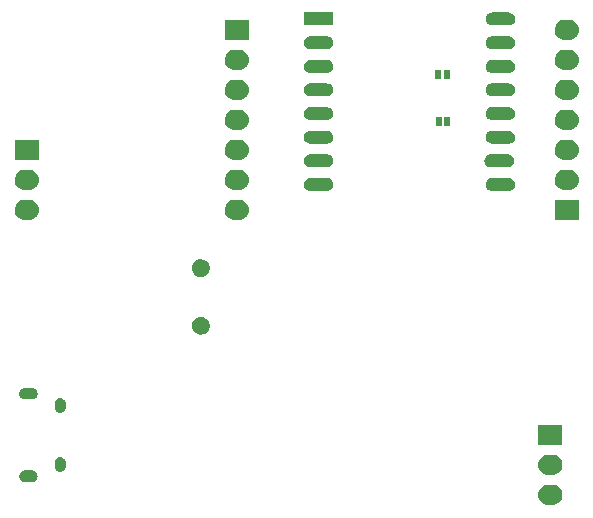
<source format=gbr>
G04 #@! TF.FileFunction,Soldermask,Bot*
%FSLAX46Y46*%
G04 Gerber Fmt 4.6, Leading zero omitted, Abs format (unit mm)*
G04 Created by KiCad (PCBNEW 4.0.2-4+6225~38~ubuntu15.10.1-stable) date Mit 23 Mär 2016 04:15:56 CET*
%MOMM*%
G01*
G04 APERTURE LIST*
%ADD10C,0.100000*%
G04 APERTURE END LIST*
D10*
G36*
X265463966Y-96926425D02*
X265472374Y-96926484D01*
X265639869Y-96945272D01*
X265800524Y-96996235D01*
X265948222Y-97077432D01*
X266077335Y-97185771D01*
X266182946Y-97317124D01*
X266261032Y-97466490D01*
X266308619Y-97628177D01*
X266308621Y-97628202D01*
X266308625Y-97628215D01*
X266323897Y-97796030D01*
X266306284Y-97963607D01*
X266306280Y-97963619D01*
X266306277Y-97963651D01*
X266256437Y-98124658D01*
X266176273Y-98272919D01*
X266068838Y-98402785D01*
X265938225Y-98509311D01*
X265789408Y-98588438D01*
X265628057Y-98637153D01*
X265460316Y-98653600D01*
X265145639Y-98653600D01*
X265142034Y-98653575D01*
X265133626Y-98653516D01*
X264966131Y-98634728D01*
X264805476Y-98583765D01*
X264657778Y-98502568D01*
X264528665Y-98394229D01*
X264423054Y-98262876D01*
X264344968Y-98113510D01*
X264297381Y-97951823D01*
X264297379Y-97951798D01*
X264297375Y-97951785D01*
X264282103Y-97783970D01*
X264299716Y-97616393D01*
X264299720Y-97616381D01*
X264299723Y-97616349D01*
X264349563Y-97455342D01*
X264429727Y-97307081D01*
X264537162Y-97177215D01*
X264667775Y-97070689D01*
X264816592Y-96991562D01*
X264977943Y-96942847D01*
X265145684Y-96926400D01*
X265460361Y-96926400D01*
X265463966Y-96926425D01*
X265463966Y-96926425D01*
G37*
G36*
X221396468Y-95709136D02*
X221396471Y-95709136D01*
X221398271Y-95709149D01*
X221495246Y-95720026D01*
X221588261Y-95749532D01*
X221673774Y-95796543D01*
X221748526Y-95859268D01*
X221809672Y-95935318D01*
X221854882Y-96021797D01*
X221882434Y-96115409D01*
X221882437Y-96115447D01*
X221882439Y-96115452D01*
X221891280Y-96212592D01*
X221881085Y-96309594D01*
X221881082Y-96309605D01*
X221881078Y-96309639D01*
X221852222Y-96402858D01*
X221805809Y-96488696D01*
X221743607Y-96563885D01*
X221667986Y-96625561D01*
X221581825Y-96671373D01*
X221488407Y-96699578D01*
X221391290Y-96709100D01*
X220833742Y-96709100D01*
X220828612Y-96709064D01*
X220828609Y-96709064D01*
X220826809Y-96709051D01*
X220729834Y-96698174D01*
X220636819Y-96668668D01*
X220551306Y-96621657D01*
X220476554Y-96558932D01*
X220415408Y-96482882D01*
X220370198Y-96396403D01*
X220342646Y-96302791D01*
X220342643Y-96302753D01*
X220342641Y-96302748D01*
X220333800Y-96205608D01*
X220343995Y-96108606D01*
X220343998Y-96108595D01*
X220344002Y-96108561D01*
X220372858Y-96015342D01*
X220419271Y-95929504D01*
X220481473Y-95854315D01*
X220557094Y-95792639D01*
X220643255Y-95746827D01*
X220736673Y-95718622D01*
X220833790Y-95709100D01*
X221391338Y-95709100D01*
X221396468Y-95709136D01*
X221396468Y-95709136D01*
G37*
G36*
X265463966Y-94386425D02*
X265472374Y-94386484D01*
X265639869Y-94405272D01*
X265800524Y-94456235D01*
X265948222Y-94537432D01*
X266077335Y-94645771D01*
X266182946Y-94777124D01*
X266261032Y-94926490D01*
X266308619Y-95088177D01*
X266308621Y-95088202D01*
X266308625Y-95088215D01*
X266323897Y-95256030D01*
X266306284Y-95423607D01*
X266306280Y-95423619D01*
X266306277Y-95423651D01*
X266256437Y-95584658D01*
X266176273Y-95732919D01*
X266068838Y-95862785D01*
X265938225Y-95969311D01*
X265789408Y-96048438D01*
X265628057Y-96097153D01*
X265460316Y-96113600D01*
X265145639Y-96113600D01*
X265142034Y-96113575D01*
X265133626Y-96113516D01*
X264966131Y-96094728D01*
X264805476Y-96043765D01*
X264657778Y-95962568D01*
X264528665Y-95854229D01*
X264423054Y-95722876D01*
X264344968Y-95573510D01*
X264297381Y-95411823D01*
X264297379Y-95411798D01*
X264297375Y-95411785D01*
X264282103Y-95243970D01*
X264299716Y-95076393D01*
X264299720Y-95076381D01*
X264299723Y-95076349D01*
X264349563Y-94915342D01*
X264429727Y-94767081D01*
X264537162Y-94637215D01*
X264667775Y-94530689D01*
X264816592Y-94451562D01*
X264977943Y-94402847D01*
X265145684Y-94386400D01*
X265460361Y-94386400D01*
X265463966Y-94386425D01*
X265463966Y-94386425D01*
G37*
G36*
X223908008Y-94590771D02*
X223908020Y-94590775D01*
X223908052Y-94590778D01*
X223996610Y-94618191D01*
X224078157Y-94662283D01*
X224149586Y-94721375D01*
X224208178Y-94793215D01*
X224251699Y-94875068D01*
X224278494Y-94963815D01*
X224287540Y-95056076D01*
X224287540Y-95362124D01*
X224287494Y-95368756D01*
X224277160Y-95460882D01*
X224249129Y-95549246D01*
X224204469Y-95630483D01*
X224144880Y-95701499D01*
X224072633Y-95759587D01*
X223990478Y-95802536D01*
X223901546Y-95828710D01*
X223901515Y-95828713D01*
X223901504Y-95828716D01*
X223809223Y-95837114D01*
X223717072Y-95827429D01*
X223717060Y-95827425D01*
X223717028Y-95827422D01*
X223628470Y-95800009D01*
X223546923Y-95755917D01*
X223475494Y-95696825D01*
X223416902Y-95624985D01*
X223373381Y-95543132D01*
X223346586Y-95454385D01*
X223337540Y-95362124D01*
X223337540Y-95056076D01*
X223337586Y-95049444D01*
X223347920Y-94957318D01*
X223375951Y-94868954D01*
X223420611Y-94787717D01*
X223480200Y-94716701D01*
X223552447Y-94658613D01*
X223634602Y-94615664D01*
X223723534Y-94589490D01*
X223723565Y-94589487D01*
X223723576Y-94589484D01*
X223815857Y-94581086D01*
X223908008Y-94590771D01*
X223908008Y-94590771D01*
G37*
G36*
X266319000Y-93573600D02*
X264287000Y-93573600D01*
X264287000Y-91846400D01*
X266319000Y-91846400D01*
X266319000Y-93573600D01*
X266319000Y-93573600D01*
G37*
G36*
X223908008Y-89590771D02*
X223908020Y-89590775D01*
X223908052Y-89590778D01*
X223996610Y-89618191D01*
X224078157Y-89662283D01*
X224149586Y-89721375D01*
X224208178Y-89793215D01*
X224251699Y-89875068D01*
X224278494Y-89963815D01*
X224287540Y-90056076D01*
X224287540Y-90362124D01*
X224287494Y-90368756D01*
X224277160Y-90460882D01*
X224249129Y-90549246D01*
X224204469Y-90630483D01*
X224144880Y-90701499D01*
X224072633Y-90759587D01*
X223990478Y-90802536D01*
X223901546Y-90828710D01*
X223901515Y-90828713D01*
X223901504Y-90828716D01*
X223809223Y-90837114D01*
X223717072Y-90827429D01*
X223717060Y-90827425D01*
X223717028Y-90827422D01*
X223628470Y-90800009D01*
X223546923Y-90755917D01*
X223475494Y-90696825D01*
X223416902Y-90624985D01*
X223373381Y-90543132D01*
X223346586Y-90454385D01*
X223337540Y-90362124D01*
X223337540Y-90056076D01*
X223337586Y-90049444D01*
X223347920Y-89957318D01*
X223375951Y-89868954D01*
X223420611Y-89787717D01*
X223480200Y-89716701D01*
X223552447Y-89658613D01*
X223634602Y-89615664D01*
X223723534Y-89589490D01*
X223723565Y-89589487D01*
X223723576Y-89589484D01*
X223815857Y-89581086D01*
X223908008Y-89590771D01*
X223908008Y-89590771D01*
G37*
G36*
X221396468Y-88709136D02*
X221396471Y-88709136D01*
X221398271Y-88709149D01*
X221495246Y-88720026D01*
X221588261Y-88749532D01*
X221673774Y-88796543D01*
X221748526Y-88859268D01*
X221809672Y-88935318D01*
X221854882Y-89021797D01*
X221882434Y-89115409D01*
X221882437Y-89115447D01*
X221882439Y-89115452D01*
X221891280Y-89212592D01*
X221881085Y-89309594D01*
X221881082Y-89309605D01*
X221881078Y-89309639D01*
X221852222Y-89402858D01*
X221805809Y-89488696D01*
X221743607Y-89563885D01*
X221667986Y-89625561D01*
X221581825Y-89671373D01*
X221488407Y-89699578D01*
X221391290Y-89709100D01*
X220833742Y-89709100D01*
X220828612Y-89709064D01*
X220828609Y-89709064D01*
X220826809Y-89709051D01*
X220729834Y-89698174D01*
X220636819Y-89668668D01*
X220551306Y-89621657D01*
X220476554Y-89558932D01*
X220415408Y-89482882D01*
X220370198Y-89396403D01*
X220342646Y-89302791D01*
X220342643Y-89302753D01*
X220342641Y-89302748D01*
X220333800Y-89205608D01*
X220343995Y-89108606D01*
X220343998Y-89108595D01*
X220344002Y-89108561D01*
X220372858Y-89015342D01*
X220419271Y-88929504D01*
X220481473Y-88854315D01*
X220557094Y-88792639D01*
X220643255Y-88746827D01*
X220736673Y-88718622D01*
X220833790Y-88709100D01*
X221391338Y-88709100D01*
X221396468Y-88709136D01*
X221396468Y-88709136D01*
G37*
G36*
X235790836Y-82716868D02*
X235935022Y-82746465D01*
X236070717Y-82803506D01*
X236192750Y-82885817D01*
X236296467Y-82990262D01*
X236377922Y-83112861D01*
X236434015Y-83248953D01*
X236462543Y-83393031D01*
X236462543Y-83393044D01*
X236462602Y-83393343D01*
X236460255Y-83561467D01*
X236460187Y-83561766D01*
X236460187Y-83561776D01*
X236427647Y-83705004D01*
X236367778Y-83839471D01*
X236282927Y-83959753D01*
X236176333Y-84061263D01*
X236052057Y-84140130D01*
X235914821Y-84193361D01*
X235769859Y-84218922D01*
X235622700Y-84215838D01*
X235478936Y-84184230D01*
X235344056Y-84125303D01*
X235223185Y-84041296D01*
X235120935Y-83935412D01*
X235041200Y-83811687D01*
X234987013Y-83674826D01*
X234960442Y-83530050D01*
X234962497Y-83382869D01*
X234993100Y-83238889D01*
X235051086Y-83103601D01*
X235134246Y-82982146D01*
X235239413Y-82879161D01*
X235362581Y-82798561D01*
X235499054Y-82743423D01*
X235643646Y-82715840D01*
X235790836Y-82716868D01*
X235790836Y-82716868D01*
G37*
G36*
X235790836Y-77834988D02*
X235935022Y-77864585D01*
X236070717Y-77921626D01*
X236192750Y-78003937D01*
X236296467Y-78108382D01*
X236377922Y-78230981D01*
X236434015Y-78367073D01*
X236462543Y-78511151D01*
X236462543Y-78511164D01*
X236462602Y-78511463D01*
X236460255Y-78679587D01*
X236460187Y-78679886D01*
X236460187Y-78679896D01*
X236427647Y-78823124D01*
X236367778Y-78957591D01*
X236282927Y-79077873D01*
X236176333Y-79179383D01*
X236052057Y-79258250D01*
X235914821Y-79311481D01*
X235769859Y-79337042D01*
X235622700Y-79333958D01*
X235478936Y-79302350D01*
X235344056Y-79243423D01*
X235223185Y-79159416D01*
X235120935Y-79053532D01*
X235041200Y-78929807D01*
X234987013Y-78792946D01*
X234960442Y-78648170D01*
X234962497Y-78500989D01*
X234993100Y-78357009D01*
X235051086Y-78221721D01*
X235134246Y-78100266D01*
X235239413Y-77997281D01*
X235362581Y-77916681D01*
X235499054Y-77861543D01*
X235643646Y-77833960D01*
X235790836Y-77834988D01*
X235790836Y-77834988D01*
G37*
G36*
X221140966Y-72796425D02*
X221149374Y-72796484D01*
X221316869Y-72815272D01*
X221477524Y-72866235D01*
X221625222Y-72947432D01*
X221754335Y-73055771D01*
X221859946Y-73187124D01*
X221938032Y-73336490D01*
X221985619Y-73498177D01*
X221985621Y-73498202D01*
X221985625Y-73498215D01*
X222000897Y-73666030D01*
X221983284Y-73833607D01*
X221983280Y-73833619D01*
X221983277Y-73833651D01*
X221933437Y-73994658D01*
X221853273Y-74142919D01*
X221745838Y-74272785D01*
X221615225Y-74379311D01*
X221466408Y-74458438D01*
X221305057Y-74507153D01*
X221137316Y-74523600D01*
X220822639Y-74523600D01*
X220819034Y-74523575D01*
X220810626Y-74523516D01*
X220643131Y-74504728D01*
X220482476Y-74453765D01*
X220334778Y-74372568D01*
X220205665Y-74264229D01*
X220100054Y-74132876D01*
X220021968Y-73983510D01*
X219974381Y-73821823D01*
X219974379Y-73821798D01*
X219974375Y-73821785D01*
X219959103Y-73653970D01*
X219976716Y-73486393D01*
X219976720Y-73486381D01*
X219976723Y-73486349D01*
X220026563Y-73325342D01*
X220106727Y-73177081D01*
X220214162Y-73047215D01*
X220344775Y-72940689D01*
X220493592Y-72861562D01*
X220654943Y-72812847D01*
X220822684Y-72796400D01*
X221137361Y-72796400D01*
X221140966Y-72796425D01*
X221140966Y-72796425D01*
G37*
G36*
X267716000Y-74523600D02*
X265684000Y-74523600D01*
X265684000Y-72796400D01*
X267716000Y-72796400D01*
X267716000Y-74523600D01*
X267716000Y-74523600D01*
G37*
G36*
X238920966Y-72796425D02*
X238929374Y-72796484D01*
X239096869Y-72815272D01*
X239257524Y-72866235D01*
X239405222Y-72947432D01*
X239534335Y-73055771D01*
X239639946Y-73187124D01*
X239718032Y-73336490D01*
X239765619Y-73498177D01*
X239765621Y-73498202D01*
X239765625Y-73498215D01*
X239780897Y-73666030D01*
X239763284Y-73833607D01*
X239763280Y-73833619D01*
X239763277Y-73833651D01*
X239713437Y-73994658D01*
X239633273Y-74142919D01*
X239525838Y-74272785D01*
X239395225Y-74379311D01*
X239246408Y-74458438D01*
X239085057Y-74507153D01*
X238917316Y-74523600D01*
X238602639Y-74523600D01*
X238599034Y-74523575D01*
X238590626Y-74523516D01*
X238423131Y-74504728D01*
X238262476Y-74453765D01*
X238114778Y-74372568D01*
X237985665Y-74264229D01*
X237880054Y-74132876D01*
X237801968Y-73983510D01*
X237754381Y-73821823D01*
X237754379Y-73821798D01*
X237754375Y-73821785D01*
X237739103Y-73653970D01*
X237756716Y-73486393D01*
X237756720Y-73486381D01*
X237756723Y-73486349D01*
X237806563Y-73325342D01*
X237886727Y-73177081D01*
X237994162Y-73047215D01*
X238124775Y-72940689D01*
X238273592Y-72861562D01*
X238434943Y-72812847D01*
X238602684Y-72796400D01*
X238917361Y-72796400D01*
X238920966Y-72796425D01*
X238920966Y-72796425D01*
G37*
G36*
X261791924Y-70950041D02*
X261791927Y-70950041D01*
X261793727Y-70950054D01*
X261900399Y-70962019D01*
X262002716Y-70994476D01*
X262096780Y-71046188D01*
X262179008Y-71115185D01*
X262246268Y-71198840D01*
X262295999Y-71293966D01*
X262326306Y-71396940D01*
X262326308Y-71396965D01*
X262326312Y-71396978D01*
X262336037Y-71503841D01*
X262324822Y-71610549D01*
X262324817Y-71610566D01*
X262324814Y-71610593D01*
X262293073Y-71713134D01*
X262242019Y-71807556D01*
X262173597Y-71890264D01*
X262090413Y-71958107D01*
X261995637Y-72008500D01*
X261892877Y-72039525D01*
X261786048Y-72050000D01*
X260373905Y-72050000D01*
X260368076Y-72049959D01*
X260368073Y-72049959D01*
X260366273Y-72049946D01*
X260259601Y-72037981D01*
X260157284Y-72005524D01*
X260063220Y-71953812D01*
X259980992Y-71884815D01*
X259913732Y-71801160D01*
X259864001Y-71706034D01*
X259833694Y-71603060D01*
X259833692Y-71603035D01*
X259833688Y-71603022D01*
X259823963Y-71496159D01*
X259835178Y-71389451D01*
X259835183Y-71389434D01*
X259835186Y-71389407D01*
X259866927Y-71286866D01*
X259917981Y-71192444D01*
X259986403Y-71109736D01*
X260069587Y-71041893D01*
X260164363Y-70991500D01*
X260267123Y-70960475D01*
X260373952Y-70950000D01*
X261786095Y-70950000D01*
X261791924Y-70950041D01*
X261791924Y-70950041D01*
G37*
G36*
X246391924Y-70950041D02*
X246391927Y-70950041D01*
X246393727Y-70950054D01*
X246500399Y-70962019D01*
X246602716Y-70994476D01*
X246696780Y-71046188D01*
X246779008Y-71115185D01*
X246846268Y-71198840D01*
X246895999Y-71293966D01*
X246926306Y-71396940D01*
X246926308Y-71396965D01*
X246926312Y-71396978D01*
X246936037Y-71503841D01*
X246924822Y-71610549D01*
X246924817Y-71610566D01*
X246924814Y-71610593D01*
X246893073Y-71713134D01*
X246842019Y-71807556D01*
X246773597Y-71890264D01*
X246690413Y-71958107D01*
X246595637Y-72008500D01*
X246492877Y-72039525D01*
X246386048Y-72050000D01*
X244973905Y-72050000D01*
X244968076Y-72049959D01*
X244968073Y-72049959D01*
X244966273Y-72049946D01*
X244859601Y-72037981D01*
X244757284Y-72005524D01*
X244663220Y-71953812D01*
X244580992Y-71884815D01*
X244513732Y-71801160D01*
X244464001Y-71706034D01*
X244433694Y-71603060D01*
X244433692Y-71603035D01*
X244433688Y-71603022D01*
X244423963Y-71496159D01*
X244435178Y-71389451D01*
X244435183Y-71389434D01*
X244435186Y-71389407D01*
X244466927Y-71286866D01*
X244517981Y-71192444D01*
X244586403Y-71109736D01*
X244669587Y-71041893D01*
X244764363Y-70991500D01*
X244867123Y-70960475D01*
X244973952Y-70950000D01*
X246386095Y-70950000D01*
X246391924Y-70950041D01*
X246391924Y-70950041D01*
G37*
G36*
X238920966Y-70256425D02*
X238929374Y-70256484D01*
X239096869Y-70275272D01*
X239257524Y-70326235D01*
X239405222Y-70407432D01*
X239534335Y-70515771D01*
X239639946Y-70647124D01*
X239718032Y-70796490D01*
X239765619Y-70958177D01*
X239765621Y-70958202D01*
X239765625Y-70958215D01*
X239780897Y-71126030D01*
X239763284Y-71293607D01*
X239763280Y-71293619D01*
X239763277Y-71293651D01*
X239713437Y-71454658D01*
X239633273Y-71602919D01*
X239525838Y-71732785D01*
X239395225Y-71839311D01*
X239246408Y-71918438D01*
X239085057Y-71967153D01*
X238917316Y-71983600D01*
X238602639Y-71983600D01*
X238599034Y-71983575D01*
X238590626Y-71983516D01*
X238423131Y-71964728D01*
X238262476Y-71913765D01*
X238114778Y-71832568D01*
X237985665Y-71724229D01*
X237880054Y-71592876D01*
X237801968Y-71443510D01*
X237754381Y-71281823D01*
X237754379Y-71281798D01*
X237754375Y-71281785D01*
X237739103Y-71113970D01*
X237756716Y-70946393D01*
X237756720Y-70946381D01*
X237756723Y-70946349D01*
X237806563Y-70785342D01*
X237886727Y-70637081D01*
X237994162Y-70507215D01*
X238124775Y-70400689D01*
X238273592Y-70321562D01*
X238434943Y-70272847D01*
X238602684Y-70256400D01*
X238917361Y-70256400D01*
X238920966Y-70256425D01*
X238920966Y-70256425D01*
G37*
G36*
X266860966Y-70256425D02*
X266869374Y-70256484D01*
X267036869Y-70275272D01*
X267197524Y-70326235D01*
X267345222Y-70407432D01*
X267474335Y-70515771D01*
X267579946Y-70647124D01*
X267658032Y-70796490D01*
X267705619Y-70958177D01*
X267705621Y-70958202D01*
X267705625Y-70958215D01*
X267720897Y-71126030D01*
X267703284Y-71293607D01*
X267703280Y-71293619D01*
X267703277Y-71293651D01*
X267653437Y-71454658D01*
X267573273Y-71602919D01*
X267465838Y-71732785D01*
X267335225Y-71839311D01*
X267186408Y-71918438D01*
X267025057Y-71967153D01*
X266857316Y-71983600D01*
X266542639Y-71983600D01*
X266539034Y-71983575D01*
X266530626Y-71983516D01*
X266363131Y-71964728D01*
X266202476Y-71913765D01*
X266054778Y-71832568D01*
X265925665Y-71724229D01*
X265820054Y-71592876D01*
X265741968Y-71443510D01*
X265694381Y-71281823D01*
X265694379Y-71281798D01*
X265694375Y-71281785D01*
X265679103Y-71113970D01*
X265696716Y-70946393D01*
X265696720Y-70946381D01*
X265696723Y-70946349D01*
X265746563Y-70785342D01*
X265826727Y-70637081D01*
X265934162Y-70507215D01*
X266064775Y-70400689D01*
X266213592Y-70321562D01*
X266374943Y-70272847D01*
X266542684Y-70256400D01*
X266857361Y-70256400D01*
X266860966Y-70256425D01*
X266860966Y-70256425D01*
G37*
G36*
X221140966Y-70256425D02*
X221149374Y-70256484D01*
X221316869Y-70275272D01*
X221477524Y-70326235D01*
X221625222Y-70407432D01*
X221754335Y-70515771D01*
X221859946Y-70647124D01*
X221938032Y-70796490D01*
X221985619Y-70958177D01*
X221985621Y-70958202D01*
X221985625Y-70958215D01*
X222000897Y-71126030D01*
X221983284Y-71293607D01*
X221983280Y-71293619D01*
X221983277Y-71293651D01*
X221933437Y-71454658D01*
X221853273Y-71602919D01*
X221745838Y-71732785D01*
X221615225Y-71839311D01*
X221466408Y-71918438D01*
X221305057Y-71967153D01*
X221137316Y-71983600D01*
X220822639Y-71983600D01*
X220819034Y-71983575D01*
X220810626Y-71983516D01*
X220643131Y-71964728D01*
X220482476Y-71913765D01*
X220334778Y-71832568D01*
X220205665Y-71724229D01*
X220100054Y-71592876D01*
X220021968Y-71443510D01*
X219974381Y-71281823D01*
X219974379Y-71281798D01*
X219974375Y-71281785D01*
X219959103Y-71113970D01*
X219976716Y-70946393D01*
X219976720Y-70946381D01*
X219976723Y-70946349D01*
X220026563Y-70785342D01*
X220106727Y-70637081D01*
X220214162Y-70507215D01*
X220344775Y-70400689D01*
X220493592Y-70321562D01*
X220654943Y-70272847D01*
X220822684Y-70256400D01*
X221137361Y-70256400D01*
X221140966Y-70256425D01*
X221140966Y-70256425D01*
G37*
G36*
X261691924Y-68950041D02*
X261691927Y-68950041D01*
X261693727Y-68950054D01*
X261800399Y-68962019D01*
X261902716Y-68994476D01*
X261996780Y-69046188D01*
X262079008Y-69115185D01*
X262146268Y-69198840D01*
X262195999Y-69293966D01*
X262226306Y-69396940D01*
X262226308Y-69396965D01*
X262226312Y-69396978D01*
X262236037Y-69503841D01*
X262224822Y-69610549D01*
X262224817Y-69610566D01*
X262224814Y-69610593D01*
X262193073Y-69713134D01*
X262142019Y-69807556D01*
X262073597Y-69890264D01*
X261990413Y-69958107D01*
X261895637Y-70008500D01*
X261792877Y-70039525D01*
X261686048Y-70050000D01*
X260273905Y-70050000D01*
X260268076Y-70049959D01*
X260268073Y-70049959D01*
X260266273Y-70049946D01*
X260159601Y-70037981D01*
X260057284Y-70005524D01*
X259963220Y-69953812D01*
X259880992Y-69884815D01*
X259813732Y-69801160D01*
X259764001Y-69706034D01*
X259733694Y-69603060D01*
X259733692Y-69603035D01*
X259733688Y-69603022D01*
X259723963Y-69496159D01*
X259735178Y-69389451D01*
X259735183Y-69389434D01*
X259735186Y-69389407D01*
X259766927Y-69286866D01*
X259817981Y-69192444D01*
X259886403Y-69109736D01*
X259969587Y-69041893D01*
X260064363Y-68991500D01*
X260167123Y-68960475D01*
X260273952Y-68950000D01*
X261686095Y-68950000D01*
X261691924Y-68950041D01*
X261691924Y-68950041D01*
G37*
G36*
X246391924Y-68950041D02*
X246391927Y-68950041D01*
X246393727Y-68950054D01*
X246500399Y-68962019D01*
X246602716Y-68994476D01*
X246696780Y-69046188D01*
X246779008Y-69115185D01*
X246846268Y-69198840D01*
X246895999Y-69293966D01*
X246926306Y-69396940D01*
X246926308Y-69396965D01*
X246926312Y-69396978D01*
X246936037Y-69503841D01*
X246924822Y-69610549D01*
X246924817Y-69610566D01*
X246924814Y-69610593D01*
X246893073Y-69713134D01*
X246842019Y-69807556D01*
X246773597Y-69890264D01*
X246690413Y-69958107D01*
X246595637Y-70008500D01*
X246492877Y-70039525D01*
X246386048Y-70050000D01*
X244973905Y-70050000D01*
X244968076Y-70049959D01*
X244968073Y-70049959D01*
X244966273Y-70049946D01*
X244859601Y-70037981D01*
X244757284Y-70005524D01*
X244663220Y-69953812D01*
X244580992Y-69884815D01*
X244513732Y-69801160D01*
X244464001Y-69706034D01*
X244433694Y-69603060D01*
X244433692Y-69603035D01*
X244433688Y-69603022D01*
X244423963Y-69496159D01*
X244435178Y-69389451D01*
X244435183Y-69389434D01*
X244435186Y-69389407D01*
X244466927Y-69286866D01*
X244517981Y-69192444D01*
X244586403Y-69109736D01*
X244669587Y-69041893D01*
X244764363Y-68991500D01*
X244867123Y-68960475D01*
X244973952Y-68950000D01*
X246386095Y-68950000D01*
X246391924Y-68950041D01*
X246391924Y-68950041D01*
G37*
G36*
X221996000Y-69443600D02*
X219964000Y-69443600D01*
X219964000Y-67716400D01*
X221996000Y-67716400D01*
X221996000Y-69443600D01*
X221996000Y-69443600D01*
G37*
G36*
X266860966Y-67716425D02*
X266869374Y-67716484D01*
X267036869Y-67735272D01*
X267197524Y-67786235D01*
X267345222Y-67867432D01*
X267474335Y-67975771D01*
X267579946Y-68107124D01*
X267658032Y-68256490D01*
X267705619Y-68418177D01*
X267705621Y-68418202D01*
X267705625Y-68418215D01*
X267720897Y-68586030D01*
X267703284Y-68753607D01*
X267703280Y-68753619D01*
X267703277Y-68753651D01*
X267653437Y-68914658D01*
X267573273Y-69062919D01*
X267465838Y-69192785D01*
X267335225Y-69299311D01*
X267186408Y-69378438D01*
X267025057Y-69427153D01*
X266857316Y-69443600D01*
X266542639Y-69443600D01*
X266539034Y-69443575D01*
X266530626Y-69443516D01*
X266363131Y-69424728D01*
X266202476Y-69373765D01*
X266054778Y-69292568D01*
X265925665Y-69184229D01*
X265820054Y-69052876D01*
X265741968Y-68903510D01*
X265694381Y-68741823D01*
X265694379Y-68741798D01*
X265694375Y-68741785D01*
X265679103Y-68573970D01*
X265696716Y-68406393D01*
X265696720Y-68406381D01*
X265696723Y-68406349D01*
X265746563Y-68245342D01*
X265826727Y-68097081D01*
X265934162Y-67967215D01*
X266064775Y-67860689D01*
X266213592Y-67781562D01*
X266374943Y-67732847D01*
X266542684Y-67716400D01*
X266857361Y-67716400D01*
X266860966Y-67716425D01*
X266860966Y-67716425D01*
G37*
G36*
X238920966Y-67716425D02*
X238929374Y-67716484D01*
X239096869Y-67735272D01*
X239257524Y-67786235D01*
X239405222Y-67867432D01*
X239534335Y-67975771D01*
X239639946Y-68107124D01*
X239718032Y-68256490D01*
X239765619Y-68418177D01*
X239765621Y-68418202D01*
X239765625Y-68418215D01*
X239780897Y-68586030D01*
X239763284Y-68753607D01*
X239763280Y-68753619D01*
X239763277Y-68753651D01*
X239713437Y-68914658D01*
X239633273Y-69062919D01*
X239525838Y-69192785D01*
X239395225Y-69299311D01*
X239246408Y-69378438D01*
X239085057Y-69427153D01*
X238917316Y-69443600D01*
X238602639Y-69443600D01*
X238599034Y-69443575D01*
X238590626Y-69443516D01*
X238423131Y-69424728D01*
X238262476Y-69373765D01*
X238114778Y-69292568D01*
X237985665Y-69184229D01*
X237880054Y-69052876D01*
X237801968Y-68903510D01*
X237754381Y-68741823D01*
X237754379Y-68741798D01*
X237754375Y-68741785D01*
X237739103Y-68573970D01*
X237756716Y-68406393D01*
X237756720Y-68406381D01*
X237756723Y-68406349D01*
X237806563Y-68245342D01*
X237886727Y-68097081D01*
X237994162Y-67967215D01*
X238124775Y-67860689D01*
X238273592Y-67781562D01*
X238434943Y-67732847D01*
X238602684Y-67716400D01*
X238917361Y-67716400D01*
X238920966Y-67716425D01*
X238920966Y-67716425D01*
G37*
G36*
X246391924Y-66950041D02*
X246391927Y-66950041D01*
X246393727Y-66950054D01*
X246500399Y-66962019D01*
X246602716Y-66994476D01*
X246696780Y-67046188D01*
X246779008Y-67115185D01*
X246846268Y-67198840D01*
X246895999Y-67293966D01*
X246926306Y-67396940D01*
X246926308Y-67396965D01*
X246926312Y-67396978D01*
X246936037Y-67503841D01*
X246924822Y-67610549D01*
X246924817Y-67610566D01*
X246924814Y-67610593D01*
X246893073Y-67713134D01*
X246842019Y-67807556D01*
X246773597Y-67890264D01*
X246690413Y-67958107D01*
X246595637Y-68008500D01*
X246492877Y-68039525D01*
X246386048Y-68050000D01*
X244973905Y-68050000D01*
X244968076Y-68049959D01*
X244968073Y-68049959D01*
X244966273Y-68049946D01*
X244859601Y-68037981D01*
X244757284Y-68005524D01*
X244663220Y-67953812D01*
X244580992Y-67884815D01*
X244513732Y-67801160D01*
X244464001Y-67706034D01*
X244433694Y-67603060D01*
X244433692Y-67603035D01*
X244433688Y-67603022D01*
X244423963Y-67496159D01*
X244435178Y-67389451D01*
X244435183Y-67389434D01*
X244435186Y-67389407D01*
X244466927Y-67286866D01*
X244517981Y-67192444D01*
X244586403Y-67109736D01*
X244669587Y-67041893D01*
X244764363Y-66991500D01*
X244867123Y-66960475D01*
X244973952Y-66950000D01*
X246386095Y-66950000D01*
X246391924Y-66950041D01*
X246391924Y-66950041D01*
G37*
G36*
X261791924Y-66950041D02*
X261791927Y-66950041D01*
X261793727Y-66950054D01*
X261900399Y-66962019D01*
X262002716Y-66994476D01*
X262096780Y-67046188D01*
X262179008Y-67115185D01*
X262246268Y-67198840D01*
X262295999Y-67293966D01*
X262326306Y-67396940D01*
X262326308Y-67396965D01*
X262326312Y-67396978D01*
X262336037Y-67503841D01*
X262324822Y-67610549D01*
X262324817Y-67610566D01*
X262324814Y-67610593D01*
X262293073Y-67713134D01*
X262242019Y-67807556D01*
X262173597Y-67890264D01*
X262090413Y-67958107D01*
X261995637Y-68008500D01*
X261892877Y-68039525D01*
X261786048Y-68050000D01*
X260373905Y-68050000D01*
X260368076Y-68049959D01*
X260368073Y-68049959D01*
X260366273Y-68049946D01*
X260259601Y-68037981D01*
X260157284Y-68005524D01*
X260063220Y-67953812D01*
X259980992Y-67884815D01*
X259913732Y-67801160D01*
X259864001Y-67706034D01*
X259833694Y-67603060D01*
X259833692Y-67603035D01*
X259833688Y-67603022D01*
X259823963Y-67496159D01*
X259835178Y-67389451D01*
X259835183Y-67389434D01*
X259835186Y-67389407D01*
X259866927Y-67286866D01*
X259917981Y-67192444D01*
X259986403Y-67109736D01*
X260069587Y-67041893D01*
X260164363Y-66991500D01*
X260267123Y-66960475D01*
X260373952Y-66950000D01*
X261786095Y-66950000D01*
X261791924Y-66950041D01*
X261791924Y-66950041D01*
G37*
G36*
X266860966Y-65176425D02*
X266869374Y-65176484D01*
X267036869Y-65195272D01*
X267197524Y-65246235D01*
X267345222Y-65327432D01*
X267474335Y-65435771D01*
X267579946Y-65567124D01*
X267658032Y-65716490D01*
X267705619Y-65878177D01*
X267705621Y-65878202D01*
X267705625Y-65878215D01*
X267720897Y-66046030D01*
X267703284Y-66213607D01*
X267703280Y-66213619D01*
X267703277Y-66213651D01*
X267653437Y-66374658D01*
X267573273Y-66522919D01*
X267465838Y-66652785D01*
X267335225Y-66759311D01*
X267186408Y-66838438D01*
X267025057Y-66887153D01*
X266857316Y-66903600D01*
X266542639Y-66903600D01*
X266539034Y-66903575D01*
X266530626Y-66903516D01*
X266363131Y-66884728D01*
X266202476Y-66833765D01*
X266054778Y-66752568D01*
X265925665Y-66644229D01*
X265820054Y-66512876D01*
X265741968Y-66363510D01*
X265694381Y-66201823D01*
X265694379Y-66201798D01*
X265694375Y-66201785D01*
X265679103Y-66033970D01*
X265696716Y-65866393D01*
X265696720Y-65866381D01*
X265696723Y-65866349D01*
X265746563Y-65705342D01*
X265826727Y-65557081D01*
X265934162Y-65427215D01*
X266064775Y-65320689D01*
X266213592Y-65241562D01*
X266374943Y-65192847D01*
X266542684Y-65176400D01*
X266857361Y-65176400D01*
X266860966Y-65176425D01*
X266860966Y-65176425D01*
G37*
G36*
X238920966Y-65176425D02*
X238929374Y-65176484D01*
X239096869Y-65195272D01*
X239257524Y-65246235D01*
X239405222Y-65327432D01*
X239534335Y-65435771D01*
X239639946Y-65567124D01*
X239718032Y-65716490D01*
X239765619Y-65878177D01*
X239765621Y-65878202D01*
X239765625Y-65878215D01*
X239780897Y-66046030D01*
X239763284Y-66213607D01*
X239763280Y-66213619D01*
X239763277Y-66213651D01*
X239713437Y-66374658D01*
X239633273Y-66522919D01*
X239525838Y-66652785D01*
X239395225Y-66759311D01*
X239246408Y-66838438D01*
X239085057Y-66887153D01*
X238917316Y-66903600D01*
X238602639Y-66903600D01*
X238599034Y-66903575D01*
X238590626Y-66903516D01*
X238423131Y-66884728D01*
X238262476Y-66833765D01*
X238114778Y-66752568D01*
X237985665Y-66644229D01*
X237880054Y-66512876D01*
X237801968Y-66363510D01*
X237754381Y-66201823D01*
X237754379Y-66201798D01*
X237754375Y-66201785D01*
X237739103Y-66033970D01*
X237756716Y-65866393D01*
X237756720Y-65866381D01*
X237756723Y-65866349D01*
X237806563Y-65705342D01*
X237886727Y-65557081D01*
X237994162Y-65427215D01*
X238124775Y-65320689D01*
X238273592Y-65241562D01*
X238434943Y-65192847D01*
X238602684Y-65176400D01*
X238917361Y-65176400D01*
X238920966Y-65176425D01*
X238920966Y-65176425D01*
G37*
G36*
X256815200Y-66531000D02*
X256307200Y-66531000D01*
X256307200Y-65769000D01*
X256815200Y-65769000D01*
X256815200Y-66531000D01*
X256815200Y-66531000D01*
G37*
G36*
X256104000Y-66531000D02*
X255596000Y-66531000D01*
X255596000Y-65769000D01*
X256104000Y-65769000D01*
X256104000Y-66531000D01*
X256104000Y-66531000D01*
G37*
G36*
X261791924Y-64950041D02*
X261791927Y-64950041D01*
X261793727Y-64950054D01*
X261900399Y-64962019D01*
X262002716Y-64994476D01*
X262096780Y-65046188D01*
X262179008Y-65115185D01*
X262246268Y-65198840D01*
X262295999Y-65293966D01*
X262326306Y-65396940D01*
X262326308Y-65396965D01*
X262326312Y-65396978D01*
X262336037Y-65503841D01*
X262324822Y-65610549D01*
X262324817Y-65610566D01*
X262324814Y-65610593D01*
X262293073Y-65713134D01*
X262242019Y-65807556D01*
X262173597Y-65890264D01*
X262090413Y-65958107D01*
X261995637Y-66008500D01*
X261892877Y-66039525D01*
X261786048Y-66050000D01*
X260373905Y-66050000D01*
X260368076Y-66049959D01*
X260368073Y-66049959D01*
X260366273Y-66049946D01*
X260259601Y-66037981D01*
X260157284Y-66005524D01*
X260063220Y-65953812D01*
X259980992Y-65884815D01*
X259913732Y-65801160D01*
X259864001Y-65706034D01*
X259833694Y-65603060D01*
X259833692Y-65603035D01*
X259833688Y-65603022D01*
X259823963Y-65496159D01*
X259835178Y-65389451D01*
X259835183Y-65389434D01*
X259835186Y-65389407D01*
X259866927Y-65286866D01*
X259917981Y-65192444D01*
X259986403Y-65109736D01*
X260069587Y-65041893D01*
X260164363Y-64991500D01*
X260267123Y-64960475D01*
X260373952Y-64950000D01*
X261786095Y-64950000D01*
X261791924Y-64950041D01*
X261791924Y-64950041D01*
G37*
G36*
X246391924Y-64950041D02*
X246391927Y-64950041D01*
X246393727Y-64950054D01*
X246500399Y-64962019D01*
X246602716Y-64994476D01*
X246696780Y-65046188D01*
X246779008Y-65115185D01*
X246846268Y-65198840D01*
X246895999Y-65293966D01*
X246926306Y-65396940D01*
X246926308Y-65396965D01*
X246926312Y-65396978D01*
X246936037Y-65503841D01*
X246924822Y-65610549D01*
X246924817Y-65610566D01*
X246924814Y-65610593D01*
X246893073Y-65713134D01*
X246842019Y-65807556D01*
X246773597Y-65890264D01*
X246690413Y-65958107D01*
X246595637Y-66008500D01*
X246492877Y-66039525D01*
X246386048Y-66050000D01*
X244973905Y-66050000D01*
X244968076Y-66049959D01*
X244968073Y-66049959D01*
X244966273Y-66049946D01*
X244859601Y-66037981D01*
X244757284Y-66005524D01*
X244663220Y-65953812D01*
X244580992Y-65884815D01*
X244513732Y-65801160D01*
X244464001Y-65706034D01*
X244433694Y-65603060D01*
X244433692Y-65603035D01*
X244433688Y-65603022D01*
X244423963Y-65496159D01*
X244435178Y-65389451D01*
X244435183Y-65389434D01*
X244435186Y-65389407D01*
X244466927Y-65286866D01*
X244517981Y-65192444D01*
X244586403Y-65109736D01*
X244669587Y-65041893D01*
X244764363Y-64991500D01*
X244867123Y-64960475D01*
X244973952Y-64950000D01*
X246386095Y-64950000D01*
X246391924Y-64950041D01*
X246391924Y-64950041D01*
G37*
G36*
X266860966Y-62636425D02*
X266869374Y-62636484D01*
X267036869Y-62655272D01*
X267197524Y-62706235D01*
X267345222Y-62787432D01*
X267474335Y-62895771D01*
X267579946Y-63027124D01*
X267658032Y-63176490D01*
X267705619Y-63338177D01*
X267705621Y-63338202D01*
X267705625Y-63338215D01*
X267720897Y-63506030D01*
X267703284Y-63673607D01*
X267703280Y-63673619D01*
X267703277Y-63673651D01*
X267653437Y-63834658D01*
X267573273Y-63982919D01*
X267465838Y-64112785D01*
X267335225Y-64219311D01*
X267186408Y-64298438D01*
X267025057Y-64347153D01*
X266857316Y-64363600D01*
X266542639Y-64363600D01*
X266539034Y-64363575D01*
X266530626Y-64363516D01*
X266363131Y-64344728D01*
X266202476Y-64293765D01*
X266054778Y-64212568D01*
X265925665Y-64104229D01*
X265820054Y-63972876D01*
X265741968Y-63823510D01*
X265694381Y-63661823D01*
X265694379Y-63661798D01*
X265694375Y-63661785D01*
X265679103Y-63493970D01*
X265696716Y-63326393D01*
X265696720Y-63326381D01*
X265696723Y-63326349D01*
X265746563Y-63165342D01*
X265826727Y-63017081D01*
X265934162Y-62887215D01*
X266064775Y-62780689D01*
X266213592Y-62701562D01*
X266374943Y-62652847D01*
X266542684Y-62636400D01*
X266857361Y-62636400D01*
X266860966Y-62636425D01*
X266860966Y-62636425D01*
G37*
G36*
X238920966Y-62636425D02*
X238929374Y-62636484D01*
X239096869Y-62655272D01*
X239257524Y-62706235D01*
X239405222Y-62787432D01*
X239534335Y-62895771D01*
X239639946Y-63027124D01*
X239718032Y-63176490D01*
X239765619Y-63338177D01*
X239765621Y-63338202D01*
X239765625Y-63338215D01*
X239780897Y-63506030D01*
X239763284Y-63673607D01*
X239763280Y-63673619D01*
X239763277Y-63673651D01*
X239713437Y-63834658D01*
X239633273Y-63982919D01*
X239525838Y-64112785D01*
X239395225Y-64219311D01*
X239246408Y-64298438D01*
X239085057Y-64347153D01*
X238917316Y-64363600D01*
X238602639Y-64363600D01*
X238599034Y-64363575D01*
X238590626Y-64363516D01*
X238423131Y-64344728D01*
X238262476Y-64293765D01*
X238114778Y-64212568D01*
X237985665Y-64104229D01*
X237880054Y-63972876D01*
X237801968Y-63823510D01*
X237754381Y-63661823D01*
X237754379Y-63661798D01*
X237754375Y-63661785D01*
X237739103Y-63493970D01*
X237756716Y-63326393D01*
X237756720Y-63326381D01*
X237756723Y-63326349D01*
X237806563Y-63165342D01*
X237886727Y-63017081D01*
X237994162Y-62887215D01*
X238124775Y-62780689D01*
X238273592Y-62701562D01*
X238434943Y-62652847D01*
X238602684Y-62636400D01*
X238917361Y-62636400D01*
X238920966Y-62636425D01*
X238920966Y-62636425D01*
G37*
G36*
X261791924Y-62950041D02*
X261791927Y-62950041D01*
X261793727Y-62950054D01*
X261900399Y-62962019D01*
X262002716Y-62994476D01*
X262096780Y-63046188D01*
X262179008Y-63115185D01*
X262246268Y-63198840D01*
X262295999Y-63293966D01*
X262326306Y-63396940D01*
X262326308Y-63396965D01*
X262326312Y-63396978D01*
X262336037Y-63503841D01*
X262324822Y-63610549D01*
X262324817Y-63610566D01*
X262324814Y-63610593D01*
X262293073Y-63713134D01*
X262242019Y-63807556D01*
X262173597Y-63890264D01*
X262090413Y-63958107D01*
X261995637Y-64008500D01*
X261892877Y-64039525D01*
X261786048Y-64050000D01*
X260373905Y-64050000D01*
X260368076Y-64049959D01*
X260368073Y-64049959D01*
X260366273Y-64049946D01*
X260259601Y-64037981D01*
X260157284Y-64005524D01*
X260063220Y-63953812D01*
X259980992Y-63884815D01*
X259913732Y-63801160D01*
X259864001Y-63706034D01*
X259833694Y-63603060D01*
X259833692Y-63603035D01*
X259833688Y-63603022D01*
X259823963Y-63496159D01*
X259835178Y-63389451D01*
X259835183Y-63389434D01*
X259835186Y-63389407D01*
X259866927Y-63286866D01*
X259917981Y-63192444D01*
X259986403Y-63109736D01*
X260069587Y-63041893D01*
X260164363Y-62991500D01*
X260267123Y-62960475D01*
X260373952Y-62950000D01*
X261786095Y-62950000D01*
X261791924Y-62950041D01*
X261791924Y-62950041D01*
G37*
G36*
X246391924Y-62950041D02*
X246391927Y-62950041D01*
X246393727Y-62950054D01*
X246500399Y-62962019D01*
X246602716Y-62994476D01*
X246696780Y-63046188D01*
X246779008Y-63115185D01*
X246846268Y-63198840D01*
X246895999Y-63293966D01*
X246926306Y-63396940D01*
X246926308Y-63396965D01*
X246926312Y-63396978D01*
X246936037Y-63503841D01*
X246924822Y-63610549D01*
X246924817Y-63610566D01*
X246924814Y-63610593D01*
X246893073Y-63713134D01*
X246842019Y-63807556D01*
X246773597Y-63890264D01*
X246690413Y-63958107D01*
X246595637Y-64008500D01*
X246492877Y-64039525D01*
X246386048Y-64050000D01*
X244973905Y-64050000D01*
X244968076Y-64049959D01*
X244968073Y-64049959D01*
X244966273Y-64049946D01*
X244859601Y-64037981D01*
X244757284Y-64005524D01*
X244663220Y-63953812D01*
X244580992Y-63884815D01*
X244513732Y-63801160D01*
X244464001Y-63706034D01*
X244433694Y-63603060D01*
X244433692Y-63603035D01*
X244433688Y-63603022D01*
X244423963Y-63496159D01*
X244435178Y-63389451D01*
X244435183Y-63389434D01*
X244435186Y-63389407D01*
X244466927Y-63286866D01*
X244517981Y-63192444D01*
X244586403Y-63109736D01*
X244669587Y-63041893D01*
X244764363Y-62991500D01*
X244867123Y-62960475D01*
X244973952Y-62950000D01*
X246386095Y-62950000D01*
X246391924Y-62950041D01*
X246391924Y-62950041D01*
G37*
G36*
X256794000Y-62611000D02*
X256286000Y-62611000D01*
X256286000Y-61849000D01*
X256794000Y-61849000D01*
X256794000Y-62611000D01*
X256794000Y-62611000D01*
G37*
G36*
X256082800Y-62611000D02*
X255574800Y-62611000D01*
X255574800Y-61849000D01*
X256082800Y-61849000D01*
X256082800Y-62611000D01*
X256082800Y-62611000D01*
G37*
G36*
X261791924Y-60950041D02*
X261791927Y-60950041D01*
X261793727Y-60950054D01*
X261900399Y-60962019D01*
X262002716Y-60994476D01*
X262096780Y-61046188D01*
X262179008Y-61115185D01*
X262246268Y-61198840D01*
X262295999Y-61293966D01*
X262326306Y-61396940D01*
X262326308Y-61396965D01*
X262326312Y-61396978D01*
X262336037Y-61503841D01*
X262324822Y-61610549D01*
X262324817Y-61610566D01*
X262324814Y-61610593D01*
X262293073Y-61713134D01*
X262242019Y-61807556D01*
X262173597Y-61890264D01*
X262090413Y-61958107D01*
X261995637Y-62008500D01*
X261892877Y-62039525D01*
X261786048Y-62050000D01*
X260373905Y-62050000D01*
X260368076Y-62049959D01*
X260368073Y-62049959D01*
X260366273Y-62049946D01*
X260259601Y-62037981D01*
X260157284Y-62005524D01*
X260063220Y-61953812D01*
X259980992Y-61884815D01*
X259913732Y-61801160D01*
X259864001Y-61706034D01*
X259833694Y-61603060D01*
X259833692Y-61603035D01*
X259833688Y-61603022D01*
X259823963Y-61496159D01*
X259835178Y-61389451D01*
X259835183Y-61389434D01*
X259835186Y-61389407D01*
X259866927Y-61286866D01*
X259917981Y-61192444D01*
X259986403Y-61109736D01*
X260069587Y-61041893D01*
X260164363Y-60991500D01*
X260267123Y-60960475D01*
X260373952Y-60950000D01*
X261786095Y-60950000D01*
X261791924Y-60950041D01*
X261791924Y-60950041D01*
G37*
G36*
X246391924Y-60950041D02*
X246391927Y-60950041D01*
X246393727Y-60950054D01*
X246500399Y-60962019D01*
X246602716Y-60994476D01*
X246696780Y-61046188D01*
X246779008Y-61115185D01*
X246846268Y-61198840D01*
X246895999Y-61293966D01*
X246926306Y-61396940D01*
X246926308Y-61396965D01*
X246926312Y-61396978D01*
X246936037Y-61503841D01*
X246924822Y-61610549D01*
X246924817Y-61610566D01*
X246924814Y-61610593D01*
X246893073Y-61713134D01*
X246842019Y-61807556D01*
X246773597Y-61890264D01*
X246690413Y-61958107D01*
X246595637Y-62008500D01*
X246492877Y-62039525D01*
X246386048Y-62050000D01*
X244973905Y-62050000D01*
X244968076Y-62049959D01*
X244968073Y-62049959D01*
X244966273Y-62049946D01*
X244859601Y-62037981D01*
X244757284Y-62005524D01*
X244663220Y-61953812D01*
X244580992Y-61884815D01*
X244513732Y-61801160D01*
X244464001Y-61706034D01*
X244433694Y-61603060D01*
X244433692Y-61603035D01*
X244433688Y-61603022D01*
X244423963Y-61496159D01*
X244435178Y-61389451D01*
X244435183Y-61389434D01*
X244435186Y-61389407D01*
X244466927Y-61286866D01*
X244517981Y-61192444D01*
X244586403Y-61109736D01*
X244669587Y-61041893D01*
X244764363Y-60991500D01*
X244867123Y-60960475D01*
X244973952Y-60950000D01*
X246386095Y-60950000D01*
X246391924Y-60950041D01*
X246391924Y-60950041D01*
G37*
G36*
X266860966Y-60096425D02*
X266869374Y-60096484D01*
X267036869Y-60115272D01*
X267197524Y-60166235D01*
X267345222Y-60247432D01*
X267474335Y-60355771D01*
X267579946Y-60487124D01*
X267658032Y-60636490D01*
X267705619Y-60798177D01*
X267705621Y-60798202D01*
X267705625Y-60798215D01*
X267720897Y-60966030D01*
X267703284Y-61133607D01*
X267703280Y-61133619D01*
X267703277Y-61133651D01*
X267653437Y-61294658D01*
X267573273Y-61442919D01*
X267465838Y-61572785D01*
X267335225Y-61679311D01*
X267186408Y-61758438D01*
X267025057Y-61807153D01*
X266857316Y-61823600D01*
X266542639Y-61823600D01*
X266539034Y-61823575D01*
X266530626Y-61823516D01*
X266363131Y-61804728D01*
X266202476Y-61753765D01*
X266054778Y-61672568D01*
X265925665Y-61564229D01*
X265820054Y-61432876D01*
X265741968Y-61283510D01*
X265694381Y-61121823D01*
X265694379Y-61121798D01*
X265694375Y-61121785D01*
X265679103Y-60953970D01*
X265696716Y-60786393D01*
X265696720Y-60786381D01*
X265696723Y-60786349D01*
X265746563Y-60625342D01*
X265826727Y-60477081D01*
X265934162Y-60347215D01*
X266064775Y-60240689D01*
X266213592Y-60161562D01*
X266374943Y-60112847D01*
X266542684Y-60096400D01*
X266857361Y-60096400D01*
X266860966Y-60096425D01*
X266860966Y-60096425D01*
G37*
G36*
X238920966Y-60096425D02*
X238929374Y-60096484D01*
X239096869Y-60115272D01*
X239257524Y-60166235D01*
X239405222Y-60247432D01*
X239534335Y-60355771D01*
X239639946Y-60487124D01*
X239718032Y-60636490D01*
X239765619Y-60798177D01*
X239765621Y-60798202D01*
X239765625Y-60798215D01*
X239780897Y-60966030D01*
X239763284Y-61133607D01*
X239763280Y-61133619D01*
X239763277Y-61133651D01*
X239713437Y-61294658D01*
X239633273Y-61442919D01*
X239525838Y-61572785D01*
X239395225Y-61679311D01*
X239246408Y-61758438D01*
X239085057Y-61807153D01*
X238917316Y-61823600D01*
X238602639Y-61823600D01*
X238599034Y-61823575D01*
X238590626Y-61823516D01*
X238423131Y-61804728D01*
X238262476Y-61753765D01*
X238114778Y-61672568D01*
X237985665Y-61564229D01*
X237880054Y-61432876D01*
X237801968Y-61283510D01*
X237754381Y-61121823D01*
X237754379Y-61121798D01*
X237754375Y-61121785D01*
X237739103Y-60953970D01*
X237756716Y-60786393D01*
X237756720Y-60786381D01*
X237756723Y-60786349D01*
X237806563Y-60625342D01*
X237886727Y-60477081D01*
X237994162Y-60347215D01*
X238124775Y-60240689D01*
X238273592Y-60161562D01*
X238434943Y-60112847D01*
X238602684Y-60096400D01*
X238917361Y-60096400D01*
X238920966Y-60096425D01*
X238920966Y-60096425D01*
G37*
G36*
X261791924Y-58950041D02*
X261791927Y-58950041D01*
X261793727Y-58950054D01*
X261900399Y-58962019D01*
X262002716Y-58994476D01*
X262096780Y-59046188D01*
X262179008Y-59115185D01*
X262246268Y-59198840D01*
X262295999Y-59293966D01*
X262326306Y-59396940D01*
X262326308Y-59396965D01*
X262326312Y-59396978D01*
X262336037Y-59503841D01*
X262324822Y-59610549D01*
X262324817Y-59610566D01*
X262324814Y-59610593D01*
X262293073Y-59713134D01*
X262242019Y-59807556D01*
X262173597Y-59890264D01*
X262090413Y-59958107D01*
X261995637Y-60008500D01*
X261892877Y-60039525D01*
X261786048Y-60050000D01*
X260373905Y-60050000D01*
X260368076Y-60049959D01*
X260368073Y-60049959D01*
X260366273Y-60049946D01*
X260259601Y-60037981D01*
X260157284Y-60005524D01*
X260063220Y-59953812D01*
X259980992Y-59884815D01*
X259913732Y-59801160D01*
X259864001Y-59706034D01*
X259833694Y-59603060D01*
X259833692Y-59603035D01*
X259833688Y-59603022D01*
X259823963Y-59496159D01*
X259835178Y-59389451D01*
X259835183Y-59389434D01*
X259835186Y-59389407D01*
X259866927Y-59286866D01*
X259917981Y-59192444D01*
X259986403Y-59109736D01*
X260069587Y-59041893D01*
X260164363Y-58991500D01*
X260267123Y-58960475D01*
X260373952Y-58950000D01*
X261786095Y-58950000D01*
X261791924Y-58950041D01*
X261791924Y-58950041D01*
G37*
G36*
X246391924Y-58950041D02*
X246391927Y-58950041D01*
X246393727Y-58950054D01*
X246500399Y-58962019D01*
X246602716Y-58994476D01*
X246696780Y-59046188D01*
X246779008Y-59115185D01*
X246846268Y-59198840D01*
X246895999Y-59293966D01*
X246926306Y-59396940D01*
X246926308Y-59396965D01*
X246926312Y-59396978D01*
X246936037Y-59503841D01*
X246924822Y-59610549D01*
X246924817Y-59610566D01*
X246924814Y-59610593D01*
X246893073Y-59713134D01*
X246842019Y-59807556D01*
X246773597Y-59890264D01*
X246690413Y-59958107D01*
X246595637Y-60008500D01*
X246492877Y-60039525D01*
X246386048Y-60050000D01*
X244973905Y-60050000D01*
X244968076Y-60049959D01*
X244968073Y-60049959D01*
X244966273Y-60049946D01*
X244859601Y-60037981D01*
X244757284Y-60005524D01*
X244663220Y-59953812D01*
X244580992Y-59884815D01*
X244513732Y-59801160D01*
X244464001Y-59706034D01*
X244433694Y-59603060D01*
X244433692Y-59603035D01*
X244433688Y-59603022D01*
X244423963Y-59496159D01*
X244435178Y-59389451D01*
X244435183Y-59389434D01*
X244435186Y-59389407D01*
X244466927Y-59286866D01*
X244517981Y-59192444D01*
X244586403Y-59109736D01*
X244669587Y-59041893D01*
X244764363Y-58991500D01*
X244867123Y-58960475D01*
X244973952Y-58950000D01*
X246386095Y-58950000D01*
X246391924Y-58950041D01*
X246391924Y-58950041D01*
G37*
G36*
X266860966Y-57556425D02*
X266869374Y-57556484D01*
X267036869Y-57575272D01*
X267197524Y-57626235D01*
X267345222Y-57707432D01*
X267474335Y-57815771D01*
X267579946Y-57947124D01*
X267658032Y-58096490D01*
X267705619Y-58258177D01*
X267705621Y-58258202D01*
X267705625Y-58258215D01*
X267720897Y-58426030D01*
X267703284Y-58593607D01*
X267703280Y-58593619D01*
X267703277Y-58593651D01*
X267653437Y-58754658D01*
X267573273Y-58902919D01*
X267465838Y-59032785D01*
X267335225Y-59139311D01*
X267186408Y-59218438D01*
X267025057Y-59267153D01*
X266857316Y-59283600D01*
X266542639Y-59283600D01*
X266539034Y-59283575D01*
X266530626Y-59283516D01*
X266363131Y-59264728D01*
X266202476Y-59213765D01*
X266054778Y-59132568D01*
X265925665Y-59024229D01*
X265820054Y-58892876D01*
X265741968Y-58743510D01*
X265694381Y-58581823D01*
X265694379Y-58581798D01*
X265694375Y-58581785D01*
X265679103Y-58413970D01*
X265696716Y-58246393D01*
X265696720Y-58246381D01*
X265696723Y-58246349D01*
X265746563Y-58085342D01*
X265826727Y-57937081D01*
X265934162Y-57807215D01*
X266064775Y-57700689D01*
X266213592Y-57621562D01*
X266374943Y-57572847D01*
X266542684Y-57556400D01*
X266857361Y-57556400D01*
X266860966Y-57556425D01*
X266860966Y-57556425D01*
G37*
G36*
X239776000Y-59283600D02*
X237744000Y-59283600D01*
X237744000Y-57556400D01*
X239776000Y-57556400D01*
X239776000Y-59283600D01*
X239776000Y-59283600D01*
G37*
G36*
X261791924Y-56950041D02*
X261791927Y-56950041D01*
X261793727Y-56950054D01*
X261900399Y-56962019D01*
X262002716Y-56994476D01*
X262096780Y-57046188D01*
X262179008Y-57115185D01*
X262246268Y-57198840D01*
X262295999Y-57293966D01*
X262326306Y-57396940D01*
X262326308Y-57396965D01*
X262326312Y-57396978D01*
X262336037Y-57503841D01*
X262324822Y-57610549D01*
X262324817Y-57610566D01*
X262324814Y-57610593D01*
X262293073Y-57713134D01*
X262242019Y-57807556D01*
X262173597Y-57890264D01*
X262090413Y-57958107D01*
X261995637Y-58008500D01*
X261892877Y-58039525D01*
X261786048Y-58050000D01*
X260373905Y-58050000D01*
X260368076Y-58049959D01*
X260368073Y-58049959D01*
X260366273Y-58049946D01*
X260259601Y-58037981D01*
X260157284Y-58005524D01*
X260063220Y-57953812D01*
X259980992Y-57884815D01*
X259913732Y-57801160D01*
X259864001Y-57706034D01*
X259833694Y-57603060D01*
X259833692Y-57603035D01*
X259833688Y-57603022D01*
X259823963Y-57496159D01*
X259835178Y-57389451D01*
X259835183Y-57389434D01*
X259835186Y-57389407D01*
X259866927Y-57286866D01*
X259917981Y-57192444D01*
X259986403Y-57109736D01*
X260069587Y-57041893D01*
X260164363Y-56991500D01*
X260267123Y-56960475D01*
X260373952Y-56950000D01*
X261786095Y-56950000D01*
X261791924Y-56950041D01*
X261791924Y-56950041D01*
G37*
G36*
X246930000Y-58050000D02*
X244430000Y-58050000D01*
X244430000Y-56950000D01*
X246930000Y-56950000D01*
X246930000Y-58050000D01*
X246930000Y-58050000D01*
G37*
M02*

</source>
